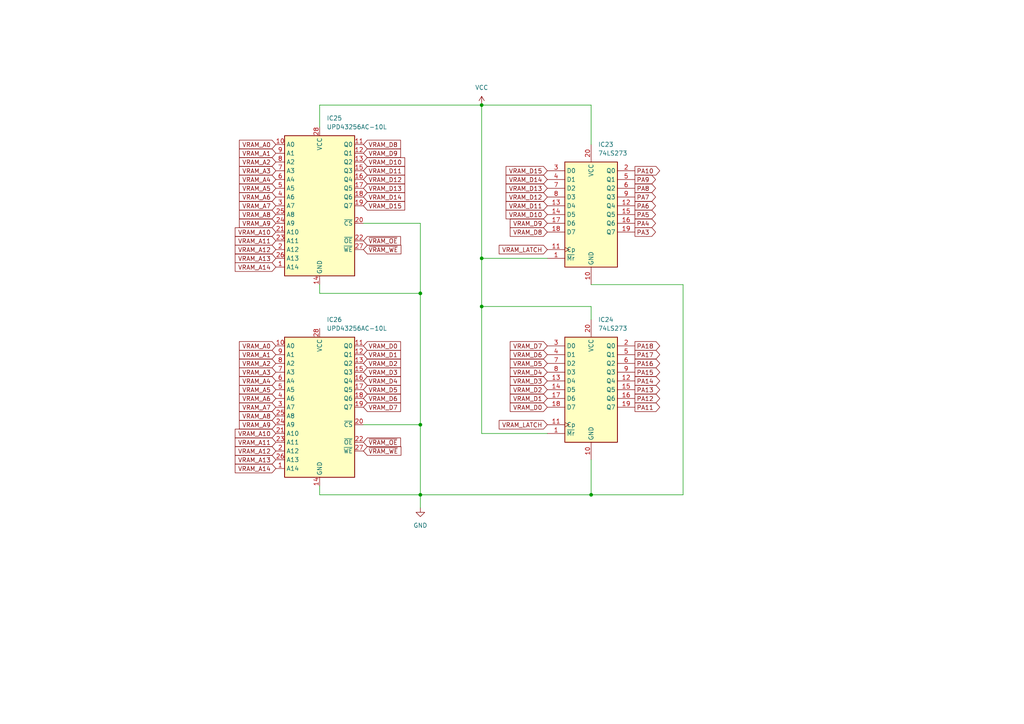
<source format=kicad_sch>
(kicad_sch (version 20211123) (generator eeschema)
  (paper "A4")
  (lib_symbols
    (symbol "74xx:74LS273"
      (property "Reference" "U" (at -7.62 16.51 0))
      (property "Value" "74LS273" (at -7.62 -16.51 0))
      (symbol "74LS273_1_0"
        (pin input line (at -12.7 -12.7 0) (length 5.08) (name "~{Mr}") (number "1"))
        (pin power_in line (at 0 -20.32 90) (length 5.08) (name "GND") (number "10"))
        (pin input clock (at -12.7 -10.16 0) (length 5.08) (name "Cp") (number "11"))
        (pin output line (at 12.7 2.54 180) (length 5.08) (name "Q4") (number "12"))
        (pin input line (at -12.7 2.54 0) (length 5.08) (name "D4") (number "13"))
        (pin input line (at -12.7 0 0) (length 5.08) (name "D5") (number "14"))
        (pin output line (at 12.7 0 180) (length 5.08) (name "Q5") (number "15"))
        (pin output line (at 12.7 -2.54 180) (length 5.08) (name "Q6") (number "16"))
        (pin input line (at -12.7 -2.54 0) (length 5.08) (name "D6") (number "17"))
        (pin input line (at -12.7 -5.08 0) (length 5.08) (name "D7") (number "18"))
        (pin output line (at 12.7 -5.08 180) (length 5.08) (name "Q7") (number "19"))
        (pin output line (at 12.7 12.7 180) (length 5.08) (name "Q0") (number "2"))
        (pin power_in line (at 0 20.32 270) (length 5.08) (name "VCC") (number "20"))
        (pin input line (at -12.7 12.7 0) (length 5.08) (name "D0") (number "3"))
        (pin input line (at -12.7 10.16 0) (length 5.08) (name "D1") (number "4"))
        (pin output line (at 12.7 10.16 180) (length 5.08) (name "Q1") (number "5"))
        (pin output line (at 12.7 7.62 180) (length 5.08) (name "Q2") (number "6"))
        (pin input line (at -12.7 7.62 0) (length 5.08) (name "D2") (number "7"))
        (pin input line (at -12.7 5.08 0) (length 5.08) (name "D3") (number "8"))
        (pin output line (at 12.7 5.08 180) (length 5.08) (name "Q3") (number "9"))
      )
      (symbol "74LS273_1_1"
        (rectangle (start -7.62 15.24) (end 7.62 -15.24) (stroke (width 0.254)) (fill (type background)))
      )
    )
    (symbol "Memory_RAM:KM62256CLP"
      (property "Reference" "U" (at -10.16 20.955 0))
      (property "Value" "KM62256CLP" (at 2.54 20.955 0))
      (symbol "KM62256CLP_0_0"
        (pin power_in line (at 0 -22.86 90) (length 2.54) (name "GND") (number "14"))
        (pin power_in line (at 0 22.86 270) (length 2.54) (name "VCC") (number "28"))
      )
      (symbol "KM62256CLP_0_1"
        (rectangle (start -10.16 20.32) (end 10.16 -20.32) (stroke (width 0.254)) (fill (type background)))
      )
      (symbol "KM62256CLP_1_1"
        (pin input line (at -12.7 -17.78 0) (length 2.54) (name "A14") (number "1"))
        (pin input line (at -12.7 17.78 0) (length 2.54) (name "A0") (number "10"))
        (pin tri_state line (at 12.7 17.78 180) (length 2.54) (name "Q0") (number "11"))
        (pin tri_state line (at 12.7 15.24 180) (length 2.54) (name "Q1") (number "12"))
        (pin tri_state line (at 12.7 12.7 180) (length 2.54) (name "Q2") (number "13"))
        (pin tri_state line (at 12.7 10.16 180) (length 2.54) (name "Q3") (number "15"))
        (pin tri_state line (at 12.7 7.62 180) (length 2.54) (name "Q4") (number "16"))
        (pin tri_state line (at 12.7 5.08 180) (length 2.54) (name "Q5") (number "17"))
        (pin tri_state line (at 12.7 2.54 180) (length 2.54) (name "Q6") (number "18"))
        (pin tri_state line (at 12.7 0 180) (length 2.54) (name "Q7") (number "19"))
        (pin input line (at -12.7 -12.7 0) (length 2.54) (name "A12") (number "2"))
        (pin input line (at 12.7 -5.08 180) (length 2.54) (name "~{CS}") (number "20"))
        (pin input line (at -12.7 -7.62 0) (length 2.54) (name "A10") (number "21"))
        (pin input line (at 12.7 -10.16 180) (length 2.54) (name "~{OE}") (number "22"))
        (pin input line (at -12.7 -10.16 0) (length 2.54) (name "A11") (number "23"))
        (pin input line (at -12.7 -5.08 0) (length 2.54) (name "A9") (number "24"))
        (pin input line (at -12.7 -2.54 0) (length 2.54) (name "A8") (number "25"))
        (pin input line (at -12.7 -15.24 0) (length 2.54) (name "A13") (number "26"))
        (pin input line (at 12.7 -12.7 180) (length 2.54) (name "~{WE}") (number "27"))
        (pin input line (at -12.7 0 0) (length 2.54) (name "A7") (number "3"))
        (pin input line (at -12.7 2.54 0) (length 2.54) (name "A6") (number "4"))
        (pin input line (at -12.7 5.08 0) (length 2.54) (name "A5") (number "5"))
        (pin input line (at -12.7 7.62 0) (length 2.54) (name "A4") (number "6"))
        (pin input line (at -12.7 10.16 0) (length 2.54) (name "A3") (number "7"))
        (pin input line (at -12.7 12.7 0) (length 2.54) (name "A2") (number "8"))
        (pin input line (at -12.7 15.24 0) (length 2.54) (name "A1") (number "9"))
      )
    )
    (symbol "power:GND" (power) (pin_names (offset 0))
      (property "Value" "GND" (at 0 -3.81 0))
      (symbol "GND_0_1"
        (polyline (pts (xy 0 0) (xy 0 -1.27) (xy 1.27 -1.27) (xy 0 -2.54) (xy -1.27 -1.27) (xy 0 -1.27)))
      )
      (symbol "GND_1_1"
        (pin power_in line (at 0 0 270) (length 0) hide (name "GND") (number "1"))
      )
    )
    (symbol "power:VCC" (power) (pin_names (offset 0))
      (property "Value" "VCC" (at 0 3.81 0))
      (symbol "VCC_0_1"
        (polyline (pts (xy -0.762 1.27) (xy 0 2.54)))
        (polyline (pts (xy 0 0) (xy 0 2.54)))
        (polyline (pts (xy 0 2.54) (xy 0.762 1.27)))
      )
      (symbol "VCC_1_1"
        (pin power_in line (at 0 0 90) (length 0) hide (name "VCC") (number "1"))
      )
    )
  )
  (junction (at 121.92 123.19))
  (junction (at 121.92 143.51))
  (junction (at 139.7 74.93))
  (junction (at 171.45 143.51))
  (junction (at 139.7 30.48))
  (junction (at 139.7 88.9))
  (junction (at 121.92 85.09))
  (wire (pts (xy 121.92 85.09) (xy 121.92 123.19)))
  (wire (pts (xy 139.7 30.48) (xy 171.45 30.48)))
  (wire (pts (xy 105.41 64.77) (xy 121.92 64.77)))
  (wire (pts (xy 139.7 74.93) (xy 139.7 88.9)))
  (wire (pts (xy 198.12 143.51) (xy 171.45 143.51)))
  (wire (pts (xy 171.45 82.55) (xy 198.12 82.55)))
  (wire (pts (xy 105.41 123.19) (xy 121.92 123.19)))
  (wire (pts (xy 92.71 140.97) (xy 92.71 143.51)))
  (wire (pts (xy 158.75 125.73) (xy 139.7 125.73)))
  (wire (pts (xy 139.7 125.73) (xy 139.7 88.9)))
  (wire (pts (xy 92.71 85.09) (xy 121.92 85.09)))
  (wire (pts (xy 171.45 143.51) (xy 121.92 143.51)))
  (wire (pts (xy 139.7 30.48) (xy 139.7 74.93)))
  (wire (pts (xy 92.71 82.55) (xy 92.71 85.09)))
  (wire (pts (xy 92.71 30.48) (xy 139.7 30.48)))
  (wire (pts (xy 198.12 82.55) (xy 198.12 143.51)))
  (wire (pts (xy 92.71 36.83) (xy 92.71 30.48)))
  (wire (pts (xy 171.45 92.71) (xy 171.45 88.9)))
  (wire (pts (xy 92.71 143.51) (xy 121.92 143.51)))
  (wire (pts (xy 171.45 88.9) (xy 139.7 88.9)))
  (wire (pts (xy 121.92 64.77) (xy 121.92 85.09)))
  (wire (pts (xy 139.7 74.93) (xy 158.75 74.93)))
  (wire (pts (xy 171.45 133.35) (xy 171.45 143.51)))
  (wire (pts (xy 121.92 123.19) (xy 121.92 143.51)))
  (wire (pts (xy 121.92 143.51) (xy 121.92 147.32)))
  (wire (pts (xy 171.45 30.48) (xy 171.45 41.91)))
  (global_label "VRAM_A8" (shape input) (at 80.01 120.65 180) (property "Intersheet References" "${INTERSHEET_REFS}" (effects hide)))
  (global_label "VRAM_D12" (shape input) (at 105.41 52.07 0) (property "Intersheet References" "${INTERSHEET_REFS}" (effects hide)))
  (global_label "VRAM_A14" (shape input) (at 80.01 135.89 180) (property "Intersheet References" "${INTERSHEET_REFS}" (effects hide)))
  (global_label "VRAM_D7" (shape input) (at 158.75 100.33 180) (property "Intersheet References" "${INTERSHEET_REFS}" (effects hide)))
  (global_label "VRAM_A11" (shape input) (at 80.01 128.27 180) (property "Intersheet References" "${INTERSHEET_REFS}" (effects hide)))
  (global_label "VRAM_A12" (shape input) (at 80.01 130.81 180) (property "Intersheet References" "${INTERSHEET_REFS}" (effects hide)))
  (global_label "VRAM_D6" (shape input) (at 158.75 102.87 180) (property "Intersheet References" "${INTERSHEET_REFS}" (effects hide)))
  (global_label "PA4" (shape output) (at 184.15 64.77 0) (property "Intersheet References" "${INTERSHEET_REFS}" (effects hide)))
  (global_label "PA17" (shape output) (at 184.15 102.87 0) (property "Intersheet References" "${INTERSHEET_REFS}" (effects hide)))
  (global_label "VRAM_D5" (shape input) (at 158.75 105.41 180) (property "Intersheet References" "${INTERSHEET_REFS}" (effects hide)))
  (global_label "VRAM_D3" (shape input) (at 158.75 110.49 180) (property "Intersheet References" "${INTERSHEET_REFS}" (effects hide)))
  (global_label "VRAM_A1" (shape input) (at 80.01 44.45 180) (property "Intersheet References" "${INTERSHEET_REFS}" (effects hide)))
  (global_label "VRAM_D13" (shape input) (at 105.41 54.61 0) (property "Intersheet References" "${INTERSHEET_REFS}" (effects hide)))
  (global_label "VRAM_A7" (shape input) (at 80.01 118.11 180) (property "Intersheet References" "${INTERSHEET_REFS}" (effects hide)))
  (global_label "~{VRAM_WE}" (shape input) (at 105.41 130.81 0) (property "Intersheet References" "${INTERSHEET_REFS}" (effects hide)))
  (global_label "VRAM_D10" (shape input) (at 105.41 46.99 0) (property "Intersheet References" "${INTERSHEET_REFS}" (effects hide)))
  (global_label "PA6" (shape output) (at 184.15 59.69 0) (property "Intersheet References" "${INTERSHEET_REFS}" (effects hide)))
  (global_label "PA11" (shape output) (at 184.15 118.11 0) (property "Intersheet References" "${INTERSHEET_REFS}" (effects hide)))
  (global_label "VRAM_D12" (shape input) (at 158.75 57.15 180) (property "Intersheet References" "${INTERSHEET_REFS}" (effects hide)))
  (global_label "VRAM_D9" (shape input) (at 158.75 64.77 180) (property "Intersheet References" "${INTERSHEET_REFS}" (effects hide)))
  (global_label "VRAM_A11" (shape input) (at 80.01 69.85 180) (property "Intersheet References" "${INTERSHEET_REFS}" (effects hide)))
  (global_label "VRAM_A5" (shape input) (at 80.01 54.61 180) (property "Intersheet References" "${INTERSHEET_REFS}" (effects hide)))
  (global_label "VRAM_LATCH" (shape input) (at 158.75 123.19 180) (property "Intersheet References" "${INTERSHEET_REFS}" (effects hide)))
  (global_label "VRAM_A3" (shape input) (at 80.01 107.95 180) (property "Intersheet References" "${INTERSHEET_REFS}" (effects hide)))
  (global_label "VRAM_A9" (shape input) (at 80.01 123.19 180) (property "Intersheet References" "${INTERSHEET_REFS}" (effects hide)))
  (global_label "VRAM_D5" (shape input) (at 105.41 113.03 0) (property "Intersheet References" "${INTERSHEET_REFS}" (effects hide)))
  (global_label "VRAM_A6" (shape input) (at 80.01 115.57 180) (property "Intersheet References" "${INTERSHEET_REFS}" (effects hide)))
  (global_label "PA5" (shape output) (at 184.15 62.23 0) (property "Intersheet References" "${INTERSHEET_REFS}" (effects hide)))
  (global_label "PA18" (shape output) (at 184.15 100.33 0) (property "Intersheet References" "${INTERSHEET_REFS}" (effects hide)))
  (global_label "PA9" (shape output) (at 184.15 52.07 0) (property "Intersheet References" "${INTERSHEET_REFS}" (effects hide)))
  (global_label "~{VRAM_OE}" (shape input) (at 105.41 128.27 0) (property "Intersheet References" "${INTERSHEET_REFS}" (effects hide)))
  (global_label "VRAM_A5" (shape input) (at 80.01 113.03 180) (property "Intersheet References" "${INTERSHEET_REFS}" (effects hide)))
  (global_label "VRAM_D11" (shape input) (at 105.41 49.53 0) (property "Intersheet References" "${INTERSHEET_REFS}" (effects hide)))
  (global_label "VRAM_D13" (shape input) (at 158.75 54.61 180) (property "Intersheet References" "${INTERSHEET_REFS}" (effects hide)))
  (global_label "VRAM_D1" (shape input) (at 158.75 115.57 180) (property "Intersheet References" "${INTERSHEET_REFS}" (effects hide)))
  (global_label "VRAM_A9" (shape input) (at 80.01 64.77 180) (property "Intersheet References" "${INTERSHEET_REFS}" (effects hide)))
  (global_label "VRAM_A6" (shape input) (at 80.01 57.15 180) (property "Intersheet References" "${INTERSHEET_REFS}" (effects hide)))
  (global_label "VRAM_A13" (shape input) (at 80.01 133.35 180) (property "Intersheet References" "${INTERSHEET_REFS}" (effects hide)))
  (global_label "VRAM_A10" (shape input) (at 80.01 67.31 180) (property "Intersheet References" "${INTERSHEET_REFS}" (effects hide)))
  (global_label "PA7" (shape output) (at 184.15 57.15 0) (property "Intersheet References" "${INTERSHEET_REFS}" (effects hide)))
  (global_label "PA8" (shape output) (at 184.15 54.61 0) (property "Intersheet References" "${INTERSHEET_REFS}" (effects hide)))
  (global_label "VRAM_LATCH" (shape input) (at 158.75 72.39 180) (property "Intersheet References" "${INTERSHEET_REFS}" (effects hide)))
  (global_label "VRAM_A7" (shape input) (at 80.01 59.69 180) (property "Intersheet References" "${INTERSHEET_REFS}" (effects hide)))
  (global_label "PA12" (shape output) (at 184.15 115.57 0) (property "Intersheet References" "${INTERSHEET_REFS}" (effects hide)))
  (global_label "~{VRAM_WE}" (shape input) (at 105.41 72.39 0) (property "Intersheet References" "${INTERSHEET_REFS}" (effects hide)))
  (global_label "PA15" (shape output) (at 184.15 107.95 0) (property "Intersheet References" "${INTERSHEET_REFS}" (effects hide)))
  (global_label "PA14" (shape output) (at 184.15 110.49 0) (property "Intersheet References" "${INTERSHEET_REFS}" (effects hide)))
  (global_label "PA16" (shape output) (at 184.15 105.41 0) (property "Intersheet References" "${INTERSHEET_REFS}" (effects hide)))
  (global_label "VRAM_A2" (shape input) (at 80.01 105.41 180) (property "Intersheet References" "${INTERSHEET_REFS}" (effects hide)))
  (global_label "VRAM_A12" (shape input) (at 80.01 72.39 180) (property "Intersheet References" "${INTERSHEET_REFS}" (effects hide)))
  (global_label "VRAM_D10" (shape input) (at 158.75 62.23 180) (property "Intersheet References" "${INTERSHEET_REFS}" (effects hide)))
  (global_label "~{VRAM_OE}" (shape input) (at 105.41 69.85 0) (property "Intersheet References" "${INTERSHEET_REFS}" (effects hide)))
  (global_label "VRAM_D4" (shape input) (at 158.75 107.95 180) (property "Intersheet References" "${INTERSHEET_REFS}" (effects hide)))
  (global_label "VRAM_D0" (shape input) (at 105.41 100.33 0) (property "Intersheet References" "${INTERSHEET_REFS}" (effects hide)))
  (global_label "VRAM_A13" (shape input) (at 80.01 74.93 180) (property "Intersheet References" "${INTERSHEET_REFS}" (effects hide)))
  (global_label "VRAM_A4" (shape input) (at 80.01 52.07 180) (property "Intersheet References" "${INTERSHEET_REFS}" (effects hide)))
  (global_label "VRAM_A14" (shape input) (at 80.01 77.47 180) (property "Intersheet References" "${INTERSHEET_REFS}" (effects hide)))
  (global_label "PA13" (shape output) (at 184.15 113.03 0) (property "Intersheet References" "${INTERSHEET_REFS}" (effects hide)))
  (global_label "VRAM_D1" (shape input) (at 105.41 102.87 0) (property "Intersheet References" "${INTERSHEET_REFS}" (effects hide)))
  (global_label "PA10" (shape output) (at 184.15 49.53 0) (property "Intersheet References" "${INTERSHEET_REFS}" (effects hide)))
  (global_label "VRAM_D2" (shape input) (at 105.41 105.41 0) (property "Intersheet References" "${INTERSHEET_REFS}" (effects hide)))
  (global_label "VRAM_D15" (shape input) (at 158.75 49.53 180) (property "Intersheet References" "${INTERSHEET_REFS}" (effects hide)))
  (global_label "VRAM_D6" (shape input) (at 105.41 115.57 0) (property "Intersheet References" "${INTERSHEET_REFS}" (effects hide)))
  (global_label "VRAM_A8" (shape input) (at 80.01 62.23 180) (property "Intersheet References" "${INTERSHEET_REFS}" (effects hide)))
  (global_label "VRAM_A1" (shape input) (at 80.01 102.87 180) (property "Intersheet References" "${INTERSHEET_REFS}" (effects hide)))
  (global_label "VRAM_D15" (shape input) (at 105.41 59.69 0) (property "Intersheet References" "${INTERSHEET_REFS}" (effects hide)))
  (global_label "VRAM_D8" (shape input) (at 105.41 41.91 0) (property "Intersheet References" "${INTERSHEET_REFS}" (effects hide)))
  (global_label "VRAM_A3" (shape input) (at 80.01 49.53 180) (property "Intersheet References" "${INTERSHEET_REFS}" (effects hide)))
  (global_label "VRAM_A4" (shape input) (at 80.01 110.49 180) (property "Intersheet References" "${INTERSHEET_REFS}" (effects hide)))
  (global_label "VRAM_D11" (shape input) (at 158.75 59.69 180) (property "Intersheet References" "${INTERSHEET_REFS}" (effects hide)))
  (global_label "VRAM_D0" (shape input) (at 158.75 118.11 180) (property "Intersheet References" "${INTERSHEET_REFS}" (effects hide)))
  (global_label "VRAM_D9" (shape input) (at 105.41 44.45 0) (property "Intersheet References" "${INTERSHEET_REFS}" (effects hide)))
  (global_label "VRAM_A2" (shape input) (at 80.01 46.99 180) (property "Intersheet References" "${INTERSHEET_REFS}" (effects hide)))
  (global_label "PA3" (shape output) (at 184.15 67.31 0) (property "Intersheet References" "${INTERSHEET_REFS}" (effects hide)))
  (global_label "VRAM_A0" (shape input) (at 80.01 100.33 180) (property "Intersheet References" "${INTERSHEET_REFS}" (effects hide)))
  (global_label "VRAM_A0" (shape input) (at 80.01 41.91 180) (property "Intersheet References" "${INTERSHEET_REFS}" (effects hide)))
  (global_label "VRAM_A10" (shape input) (at 80.01 125.73 180) (property "Intersheet References" "${INTERSHEET_REFS}" (effects hide)))
  (global_label "VRAM_D14" (shape input) (at 158.75 52.07 180) (property "Intersheet References" "${INTERSHEET_REFS}" (effects hide)))
  (global_label "VRAM_D4" (shape input) (at 105.41 110.49 0) (property "Intersheet References" "${INTERSHEET_REFS}" (effects hide)))
  (global_label "VRAM_D8" (shape input) (at 158.75 67.31 180) (property "Intersheet References" "${INTERSHEET_REFS}" (effects hide)))
  (global_label "VRAM_D3" (shape input) (at 105.41 107.95 0) (property "Intersheet References" "${INTERSHEET_REFS}" (effects hide)))
  (global_label "VRAM_D14" (shape input) (at 105.41 57.15 0) (property "Intersheet References" "${INTERSHEET_REFS}" (effects hide)))
  (global_label "VRAM_D2" (shape input) (at 158.75 113.03 180) (property "Intersheet References" "${INTERSHEET_REFS}" (effects hide)))
  (global_label "VRAM_D7" (shape input) (at 105.41 118.11 0) (property "Intersheet References" "${INTERSHEET_REFS}" (effects hide)))
  (symbol (lib_id "power:VCC") (at 139.7 30.48 0) (unit 1)
    (property "Reference" "#PWR?" (effects hide))
    (property "Value" "VCC" (at 139.7 25.4 0))
  )
  (symbol (lib_id "Memory_RAM:KM62256CLP") (at 92.71 59.69 0) (unit 1)
    (property "Reference" "IC25" (at 94.7294 34.29 0) (effects (justify left)))
    (property "Value" "UPD43256AC-10L" (at 94.7294 36.83 0) (effects (justify left)))
    (property "Footprint" "Package_DIP:DIP-28_W15.24mm" (effects hide))
    (property "Datasheet" "https://www.futurlec.com/Datasheet/Memory/62256.pdf" (effects hide))
  )
  (symbol (lib_id "power:GND") (at 121.92 147.32 0) (unit 1)
    (property "Reference" "#PWR?" (effects hide))
    (property "Value" "GND" (at 121.92 152.4 0))
  )
  (symbol (lib_id "74xx:74LS273") (at 171.45 62.23 0) (unit 1)
    (property "Reference" "IC23" (at 173.4694 41.91 0) (effects (justify left)))
    (property "Value" "74LS273" (at 173.4694 44.45 0) (effects (justify left)))
    (property "Datasheet" "http://www.ti.com/lit/gpn/sn74LS273" (effects hide))
  )
  (symbol (lib_id "Memory_RAM:KM62256CLP") (at 92.71 118.11 0) (unit 1)
    (property "Reference" "IC26" (at 94.7294 92.71 0) (effects (justify left)))
    (property "Value" "UPD43256AC-10L" (at 94.7294 95.25 0) (effects (justify left)))
    (property "Footprint" "Package_DIP:DIP-28_W15.24mm" (effects hide))
    (property "Datasheet" "https://www.futurlec.com/Datasheet/Memory/62256.pdf" (effects hide))
  )
  (symbol (lib_id "74xx:74LS273") (at 171.45 113.03 0) (unit 1)
    (property "Reference" "IC24" (at 173.4694 92.71 0) (effects (justify left)))
    (property "Value" "74LS273" (at 173.4694 95.25 0) (effects (justify left)))
    (property "Datasheet" "http://www.ti.com/lit/gpn/sn74LS273" (effects hide))
  )
)
</source>
